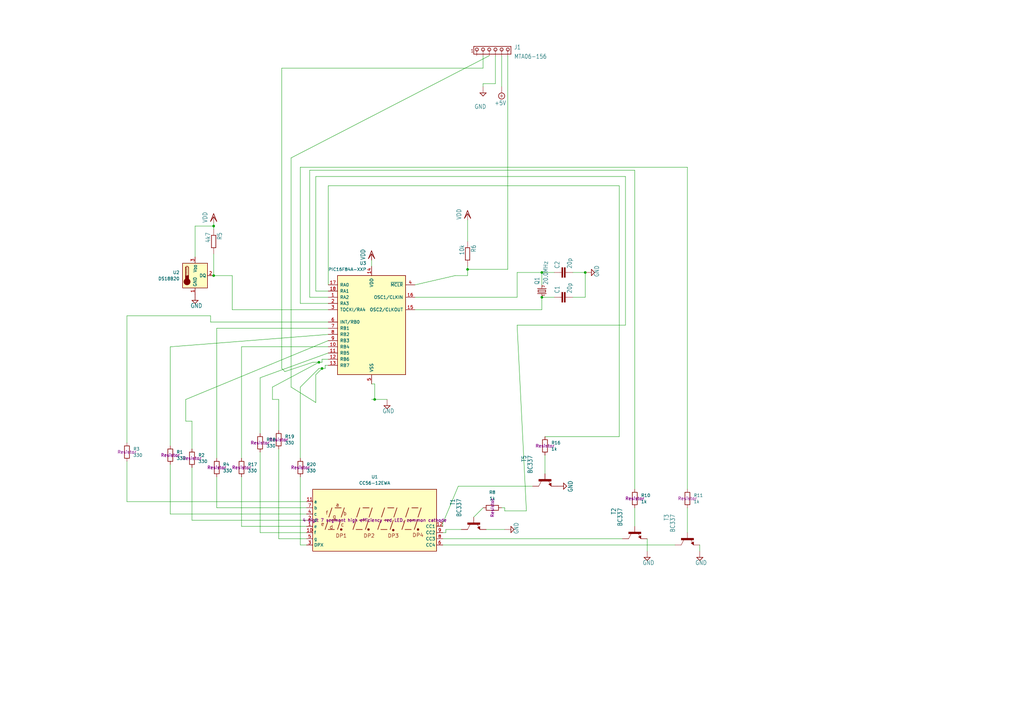
<source format=kicad_sch>
(kicad_sch (version 20250114) (generator "eeschema") (generator_version "9.0")
  (paper "A3")
  (lib_symbols
    (symbol "Device:R" (pin_numbers (hide yes)) (pin_names (offset 0))
      (property "Reference" "R" (at 2.032 0 90))
      (property "Value" "R" (at 0 0 90))
      (symbol "R_0_1"
        (rectangle (start -1.016 -2.54) (end 1.016 2.54) (stroke (width 0.254)))
      )
      (symbol "R_1_1"
        (pin passive line (at 0 3.81 270) (length 1.27) (name "~") (number "1"))
        (pin passive line (at 0 -3.81 90) (length 1.27) (name "~") (number "2"))
      )
    )
    (symbol "Display_Character:CC56-12EWA"
      (property "Reference" "U" (at -24.13 13.97 0))
      (property "Value" "CC56-12EWA" (at 19.05 13.97 0))
      (symbol "CC56-12EWA_0_0"
        (rectangle (start -25.4 12.7) (end 25.4 -12.7) (stroke (width 0.254)) (fill (type background)))
        (polyline (pts (xy -20.32 -3.81) (xy -19.05 0)) (stroke (width 0.254)))
        (polyline (pts (xy -19.05 -3.81) (xy -16.51 -3.81)) (stroke (width 0.254)))
        (polyline (pts (xy -18.796 1.27) (xy -17.526 5.08)) (stroke (width 0.254)))
        (polyline (pts (xy -17.78 0) (xy -15.24 0)) (stroke (width 0.254)))
        (polyline (pts (xy -16.256 5.08) (xy -13.716 5.08)) (stroke (width 0.254)))
        (polyline (pts (xy -15.24 -3.81) (xy -13.97 0)) (stroke (width 0.254)))
        (polyline (pts (xy -13.716 1.27) (xy -12.446 5.08)) (stroke (width 0.254)))
        (polyline (pts (xy -8.89 -3.81) (xy -7.62 0)) (stroke (width 0.254)))
        (polyline (pts (xy -7.62 -3.81) (xy -5.08 -3.81)) (stroke (width 0.254)))
        (polyline (pts (xy -7.366 1.27) (xy -6.096 5.08)) (stroke (width 0.254)))
        (polyline (pts (xy -6.35 0) (xy -3.81 0)) (stroke (width 0.254)))
        (polyline (pts (xy -4.826 5.08) (xy -2.286 5.08)) (stroke (width 0.254)))
        (polyline (pts (xy -3.81 -3.81) (xy -2.54 0)) (stroke (width 0.254)))
        (polyline (pts (xy -2.286 1.27) (xy -1.016 5.08)) (stroke (width 0.254)))
        (polyline (pts (xy 1.27 -3.81) (xy 2.54 0)) (stroke (width 0.254)))
        (polyline (pts (xy 2.54 -3.81) (xy 5.08 -3.81)) (stroke (width 0.254)))
        (polyline (pts (xy 2.794 1.27) (xy 4.064 5.08)) (stroke (width 0.254)))
        (polyline (pts (xy 3.81 0) (xy 6.35 0)) (stroke (width 0.254)))
        (polyline (pts (xy 5.334 5.08) (xy 7.874 5.08)) (stroke (width 0.254)))
        (polyline (pts (xy 6.35 -3.81) (xy 7.62 0)) (stroke (width 0.254)))
        (polyline (pts (xy 7.874 1.27) (xy 9.144 5.08)) (stroke (width 0.254)))
        (polyline (pts (xy 11.176 -3.81) (xy 12.446 0)) (stroke (width 0.254)))
        (polyline (pts (xy 12.446 -3.81) (xy 14.986 -3.81)) (stroke (width 0.254)))
        (polyline (pts (xy 12.7 1.27) (xy 13.97 5.08)) (stroke (width 0.254)))
        (polyline (pts (xy 13.716 0) (xy 16.256 0)) (stroke (width 0.254)))
        (polyline (pts (xy 15.24 5.08) (xy 17.78 5.08)) (stroke (width 0.254)))
        (polyline (pts (xy 16.256 -3.81) (xy 17.526 0)) (stroke (width 0.254)))
        (polyline (pts (xy 17.78 1.27) (xy 19.05 5.08)) (stroke (width 0.254)))
        (text "e" (at -21.336 -1.524 0) (effects (font (size 1.524 1.524))))
        (text "f" (at -19.558 3.048 0) (effects (font (size 1.524 1.524))))
        (text "d" (at -17.78 -2.794 0) (effects (font (size 1.524 1.524))))
        (text "g" (at -16.51 1.524 0) (effects (font (size 1.524 1.524))))
        (text "a" (at -15.24 6.35 0) (effects (font (size 1.524 1.524))))
        (text "DP1" (at -13.716 -6.35 0) (effects (font (size 1.524 1.524))))
        (text "c" (at -13.208 -1.778 0) (effects (font (size 1.524 1.524))))
        (text "b" (at -12.192 2.794 0) (effects (font (size 1.524 1.524))))
        (text "DP2" (at -2.286 -6.35 0) (effects (font (size 1.524 1.524))))
        (text "DP3" (at 7.62 -6.35 0) (effects (font (size 1.524 1.524))))
        (text "DP4" (at 17.78 -6.096 0) (effects (font (size 1.524 1.524))))
      )
      (symbol "CC56-12EWA_0_1"
        (circle (center -13.716 -3.81) (radius 0.3556) (stroke (width 0.254)) (fill (type outline)))
        (circle (center -2.54 -3.81) (radius 0.3556) (stroke (width 0.254)) (fill (type outline)))
      )
      (symbol "CC56-12EWA_1_0"
        (circle (center 7.62 -4.064) (radius 0.3556) (stroke (width 0.254)) (fill (type outline)))
        (circle (center 17.78 -3.81) (radius 0.3556) (stroke (width 0.254)) (fill (type outline)))
      )
      (symbol "CC56-12EWA_1_1"
        (pin input line (at -27.94 7.62 0) (length 2.54) (name "a") (number "11"))
        (pin input line (at -27.94 5.08 0) (length 2.54) (name "b") (number "7"))
        (pin input line (at -27.94 2.54 0) (length 2.54) (name "c") (number "4"))
        (pin input line (at -27.94 0 0) (length 2.54) (name "d") (number "2"))
        (pin input line (at -27.94 -2.54 0) (length 2.54) (name "e") (number "1"))
        (pin input line (at -27.94 -5.08 0) (length 2.54) (name "f") (number "10"))
        (pin input line (at -27.94 -7.62 0) (length 2.54) (name "g") (number "5"))
        (pin input line (at -27.94 -10.16 0) (length 2.54) (name "DPX") (number "3"))
        (pin input line (at 27.94 -2.54 180) (length 2.54) (name "CC1") (number "12"))
        (pin input line (at 27.94 -5.08 180) (length 2.54) (name "CC2") (number "9"))
        (pin input line (at 27.94 -7.62 180) (length 2.54) (name "CC3") (number "8"))
        (pin input line (at 27.94 -10.16 180) (length 2.54) (name "CC4") (number "6"))
      )
    )
    (symbol "MCU_Microchip_PIC16:PIC16F84A-XXP" (pin_names (offset 1.016))
      (property "Reference" "U" (at 2.54 22.86 0))
      (property "Value" "PIC16F84A-XXP" (at 2.54 20.32 0))
      (symbol "PIC16F84A-XXP_0_1"
        (rectangle (start -13.97 19.05) (end 13.97 -21.59) (stroke (width 0.254)) (fill (type background)))
      )
      (symbol "PIC16F84A-XXP_1_1"
        (pin input line (at -17.78 15.24 0) (length 3.81) (name "~{MCLR}") (number "4"))
        (pin input line (at -17.78 10.16 0) (length 3.81) (name "OSC1/CLKIN") (number "16"))
        (pin output line (at -17.78 5.08 0) (length 3.81) (name "OSC2/CLKOUT") (number "15"))
        (pin power_in line (at 0 22.86 270) (length 3.81) (name "VDD") (number "14"))
        (pin power_in line (at 0 -25.4 90) (length 3.81) (name "VSS") (number "5"))
        (pin bidirectional line (at 17.78 15.24 180) (length 3.81) (name "RA0") (number "17"))
        (pin bidirectional line (at 17.78 12.7 180) (length 3.81) (name "RA1") (number "18"))
        (pin bidirectional line (at 17.78 10.16 180) (length 3.81) (name "RA2") (number "1"))
        (pin bidirectional line (at 17.78 7.62 180) (length 3.81) (name "RA3") (number "2"))
        (pin bidirectional line (at 17.78 5.08 180) (length 3.81) (name "TOCKI/RA4") (number "3"))
        (pin bidirectional line (at 17.78 0 180) (length 3.81) (name "INT/RB0") (number "6"))
        (pin bidirectional line (at 17.78 -2.54 180) (length 3.81) (name "RB1") (number "7"))
        (pin bidirectional line (at 17.78 -5.08 180) (length 3.81) (name "RB2") (number "8"))
        (pin bidirectional line (at 17.78 -7.62 180) (length 3.81) (name "RB3") (number "9"))
        (pin bidirectional line (at 17.78 -10.16 180) (length 3.81) (name "RB4") (number "10"))
        (pin bidirectional line (at 17.78 -12.7 180) (length 3.81) (name "RB5") (number "11"))
        (pin bidirectional line (at 17.78 -15.24 180) (length 3.81) (name "RB6") (number "12"))
        (pin bidirectional line (at 17.78 -17.78 180) (length 3.81) (name "RB7") (number "13"))
      )
    )
    (symbol "Sensor_Temperature:DS18B20"
      (property "Reference" "U" (at -3.81 6.35 0))
      (property "Value" "DS18B20" (at 6.35 6.35 0))
      (symbol "DS18B20_0_1"
        (rectangle (start -5.08 5.08) (end 5.08 -5.08) (stroke (width 0.254)) (fill (type background)))
        (polyline (pts (xy -3.937 3.175) (xy -3.937 0)) (stroke (width 0.254)))
        (polyline (pts (xy -3.937 3.175) (xy -3.302 3.175)) (stroke (width 0.254)))
        (polyline (pts (xy -3.937 2.54) (xy -3.302 2.54)) (stroke (width 0.254)))
        (polyline (pts (xy -3.937 1.905) (xy -3.302 1.905)) (stroke (width 0.254)))
        (polyline (pts (xy -3.937 1.27) (xy -3.302 1.27)) (stroke (width 0.254)))
        (polyline (pts (xy -3.937 0.635) (xy -3.302 0.635)) (stroke (width 0.254)))
        (arc (start -3.937 3.175) (mid -3.302 3.8073) (end -2.667 3.175) (stroke (width 0.254)))
        (circle (center -3.302 -2.54) (radius 1.27) (stroke (width 0.254)) (fill (type outline)))
        (polyline (pts (xy -2.667 3.175) (xy -2.667 0)) (stroke (width 0.254)))
        (rectangle (start -2.667 -1.905) (end -3.937 0) (stroke (width 0.254)) (fill (type outline)))
      )
      (symbol "DS18B20_1_1"
        (pin power_in line (at 0 7.62 270) (length 2.54) (name "V_{DD}") (number "3"))
        (pin power_in line (at 0 -7.62 90) (length 2.54) (name "GND") (number "1"))
        (pin bidirectional line (at 7.62 0 180) (length 2.54) (name "DQ") (number "2"))
      )
    )
    (symbol "schemat_regulatora-eagle-import:+5V" (power)
      (property "Value" "+5V" (at -1.905 3.175 0))
      (symbol "+5V_1_0"
        (polyline (pts (xy -0.635 1.27) (xy 0.635 1.27)) (stroke (width 0.1524)))
        (circle (center 0 1.27) (radius 1.27) (stroke (width 0.254)))
        (polyline (pts (xy 0 0.635) (xy 0 1.905)) (stroke (width 0.1524)))
        (pin power_in line (at 0 -2.54 90) (length 2.54) (name "+5V") (number "1"))
      )
    )
    (symbol "schemat_regulatora-eagle-import:BC337"
      (property "Reference" "T" (at -10.16 7.62 0))
      (property "Value" "BC337" (at -10.16 5.08 0))
      (symbol "BC337_1_0"
        (rectangle (start -0.254 -2.54) (end 0.508 2.54) (fill (type outline)))
        (polyline (pts (xy 1.27 -2.54) (xy 1.778 -1.524)) (stroke (width 0.1524)))
        (polyline (pts (xy 1.524 -2.286) (xy 1.905 -2.286)) (stroke (width 0.254)))
        (polyline (pts (xy 1.524 -2.413) (xy 2.286 -2.413)) (stroke (width 0.254)))
        (polyline (pts (xy 1.54 -2.04) (xy 0.308 -1.424)) (stroke (width 0.1524)))
        (polyline (pts (xy 1.778 -1.524) (xy 2.54 -2.54)) (stroke (width 0.1524)))
        (polyline (pts (xy 1.778 -1.778) (xy 1.524 -2.286)) (stroke (width 0.254)))
        (polyline (pts (xy 1.905 -2.286) (xy 1.778 -2.032)) (stroke (width 0.254)))
        (polyline (pts (xy 2.286 -2.413) (xy 1.778 -1.778)) (stroke (width 0.254)))
        (polyline (pts (xy 2.54 2.54) (xy 0.508 1.524)) (stroke (width 0.1524)))
        (polyline (pts (xy 2.54 -2.54) (xy 1.27 -2.54)) (stroke (width 0.1524)))
        (pin passive line (at -2.54 0 0) (length 2.54) (name "B") (number "2"))
        (pin passive line (at 2.54 5.08 270) (length 2.54) (name "C") (number "3"))
        (pin passive line (at 2.54 -5.08 90) (length 2.54) (name "E") (number "1"))
      )
    )
    (symbol "schemat_regulatora-eagle-import:C5/4.5"
      (property "Reference" "C" (at 1.524 0.381 0))
      (property "Value" "C5{slash}4.5" (at 1.524 -4.699 0))
      (symbol "C5/4.5_1_0"
        (rectangle (start -2.032 -1.016) (end 2.032 -0.508) (fill (type outline)))
        (rectangle (start -2.032 -2.032) (end 2.032 -1.524) (fill (type outline)))
        (polyline (pts (xy 0 0) (xy 0 -0.508)) (stroke (width 0.1524)))
        (polyline (pts (xy 0 -2.54) (xy 0 -2.032)) (stroke (width 0.1524)))
        (pin passive line (at 0 2.54 270) (length 2.54) (name "1") (number "1"))
        (pin passive line (at 0 -5.08 90) (length 2.54) (name "2") (number "2"))
      )
    )
    (symbol "schemat_regulatora-eagle-import:CRYSTALHC49S"
      (property "Reference" "Q" (at 2.54 1.016 0))
      (property "Value" "CRYSTALHC49S" (at 2.54 -2.54 0))
      (symbol "CRYSTALHC49S_1_0"
        (polyline (pts (xy -2.54 0) (xy -1.016 0)) (stroke (width 0.1524)))
        (polyline (pts (xy -1.016 1.778) (xy -1.016 -1.778)) (stroke (width 0.254)))
        (polyline (pts (xy -0.381 1.524) (xy -0.381 -1.524)) (stroke (width 0.254)))
        (polyline (pts (xy -0.381 -1.524) (xy 0.381 -1.524)) (stroke (width 0.254)))
        (polyline (pts (xy 0.381 1.524) (xy -0.381 1.524)) (stroke (width 0.254)))
        (polyline (pts (xy 0.381 -1.524) (xy 0.381 1.524)) (stroke (width 0.254)))
        (polyline (pts (xy 1.016 1.778) (xy 1.016 -1.778)) (stroke (width 0.254)))
        (polyline (pts (xy 1.016 0) (xy 2.54 0)) (stroke (width 0.1524)))
        (text "1" (at -2.159 -1.143 0) (effects (font (size 0.8636 0.734)) (justify left bottom)))
        (text "2" (at 1.524 -1.143 0) (effects (font (size 0.8636 0.734)) (justify left bottom)))
        (pin passive line (at -2.54 0 0) (length 0) (name "1") (number "1"))
        (pin passive line (at 2.54 0 180) (length 0) (name "2") (number "2"))
      )
    )
    (symbol "schemat_regulatora-eagle-import:GND" (power)
      (property "Value" "GND" (at -1.905 -3.175 0))
      (symbol "GND_1_0"
        (polyline (pts (xy -1.27 0) (xy 1.27 0)) (stroke (width 0.254)))
        (polyline (pts (xy 0 -1.27) (xy -1.27 0)) (stroke (width 0.254)))
        (polyline (pts (xy 1.27 0) (xy 0 -1.27)) (stroke (width 0.254)))
        (pin power_in line (at 0 2.54 270) (length 2.54) (name "GND") (number "1"))
      )
    )
    (symbol "schemat_regulatora-eagle-import:MTA06-156"
      (property "Reference" "J" (at 15.24 0 0))
      (property "Value" "MTA06-156" (at 15.24 -3.81 0))
      (symbol "MTA06-156_1_0"
        (polyline (pts (xy -1.27 1.27) (xy -1.27 -1.905)) (stroke (width 0.254)))
        (polyline (pts (xy -1.27 1.27) (xy 13.97 1.27)) (stroke (width 0.254)))
        (circle (center 0 0) (radius 0.635) (stroke (width 0.254)))
        (circle (center 2.54 0) (radius 0.635) (stroke (width 0.254)))
        (circle (center 5.08 0) (radius 0.635) (stroke (width 0.254)))
        (circle (center 7.62 0) (radius 0.635) (stroke (width 0.254)))
        (circle (center 10.16 0) (radius 0.635) (stroke (width 0.254)))
        (circle (center 12.7 0) (radius 0.635) (stroke (width 0.254)))
        (polyline (pts (xy 13.97 -1.905) (xy -1.27 -1.905)) (stroke (width 0.254)))
        (polyline (pts (xy 13.97 -1.905) (xy 13.97 1.27)) (stroke (width 0.254)))
        (text "1" (at -2.54 -1.27 0) (effects (font (size 1.27 1.0795)) (justify left bottom)))
        (pin passive line (at 0 -2.54 90) (length 2.54) (name "1") (number "1"))
        (pin passive line (at 2.54 -2.54 90) (length 2.54) (name "2") (number "2"))
        (pin passive line (at 5.08 -2.54 90) (length 2.54) (name "3") (number "3"))
        (pin passive line (at 7.62 -2.54 90) (length 2.54) (name "4") (number "4"))
        (pin passive line (at 10.16 -2.54 90) (length 2.54) (name "5") (number "5"))
        (pin passive line (at 12.7 -2.54 90) (length 2.54) (name "6") (number "6"))
      )
    )
    (symbol "schemat_regulatora-eagle-import:R-EU_0204/7"
      (property "Reference" "R" (at -3.81 1.4986 0))
      (property "Value" "R-EU_0204{slash}7" (at -3.81 -3.302 0))
      (symbol "R-EU_0204/7_1_0"
        (polyline (pts (xy -2.54 -0.889) (xy -2.54 0.889)) (stroke (width 0.254)))
        (polyline (pts (xy -2.54 -0.889) (xy 2.54 -0.889)) (stroke (width 0.254)))
        (polyline (pts (xy 2.54 0.889) (xy -2.54 0.889)) (stroke (width 0.254)))
        (polyline (pts (xy 2.54 -0.889) (xy 2.54 0.889)) (stroke (width 0.254)))
        (pin passive line (at -5.08 0 0) (length 2.54) (name "1") (number "1"))
        (pin passive line (at 5.08 0 180) (length 2.54) (name "2") (number "2"))
      )
    )
    (symbol "schemat_regulatora-eagle-import:VDD" (power)
      (property "Value" "VDD" (at -2.54 -2.54 90))
      (symbol "VDD_1_0"
        (polyline (pts (xy 0 1.27) (xy -1.27 -1.905)) (stroke (width 0.254)))
        (polyline (pts (xy 0 0) (xy -1.27 -1.905)) (stroke (width 0.254)))
        (polyline (pts (xy 1.27 -1.905) (xy 0 1.27)) (stroke (width 0.254)))
        (polyline (pts (xy 1.27 -1.905) (xy 0 0)) (stroke (width 0.254)))
        (pin power_in line (at 0 -2.54 90) (length 2.54) (name "VDD") (number "1"))
      )
    )
  )
  (junction (at 222.25 121.92))
  (junction (at 130.81 148.59))
  (junction (at 240.03 111.76))
  (junction (at 132.08 151.13))
  (junction (at 222.25 111.76))
  (junction (at 191.77 110.49))
  (junction (at 87.63 113.03))
  (junction (at 153.67 163.83))
  (junction (at 87.63 92.71))
  (wire (pts (xy 88.9 195.58) (xy 88.9 208.28)))
  (wire (pts (xy 208.28 22.86) (xy 208.28 110.49)))
  (wire (pts (xy 99.06 215.9) (xy 125.73 215.9)))
  (wire (pts (xy 212.09 111.76) (xy 222.25 111.76)))
  (wire (pts (xy 205.74 22.86) (xy 205.74 35.56)))
  (wire (pts (xy 127 69.85) (xy 127 121.92)))
  (wire (pts (xy 152.4 163.83) (xy 153.67 163.83)))
  (wire (pts (xy 99.06 215.9) (xy 99.06 195.58)))
  (wire (pts (xy 87.63 113.03) (xy 87.63 104.14)))
  (wire (pts (xy 123.19 158.75) (xy 130.81 151.13)))
  (wire (pts (xy 254 179.07) (xy 223.52 179.07)))
  (wire (pts (xy 129.54 153.67) (xy 132.08 151.13)))
  (wire (pts (xy 134.62 149.86) (xy 133.35 149.86)))
  (wire (pts (xy 78.74 213.36) (xy 125.73 213.36)))
  (wire (pts (xy 133.35 151.13) (xy 132.08 151.13)))
  (wire (pts (xy 223.52 194.31) (xy 223.52 186.69)))
  (wire (pts (xy 80.01 92.71) (xy 87.63 92.71)))
  (wire (pts (xy 123.19 158.75) (xy 123.19 187.96)))
  (wire (pts (xy 123.19 195.58) (xy 123.19 223.52)))
  (wire (pts (xy 260.35 69.85) (xy 260.35 200.66)))
  (wire (pts (xy 132.08 151.13) (xy 130.81 151.13)))
  (wire (pts (xy 181.61 220.98) (xy 255.27 220.98)))
  (wire (pts (xy 123.19 68.58) (xy 281.94 68.58)))
  (wire (pts (xy 170.18 127) (xy 222.25 127)))
  (wire (pts (xy 234.95 121.92) (xy 240.03 121.92)))
  (wire (pts (xy 119.38 64.77) (xy 119.38 158.75)))
  (wire (pts (xy 78.74 191.77) (xy 78.74 213.36)))
  (wire (pts (xy 106.68 185.42) (xy 106.68 218.44)))
  (wire (pts (xy 134.62 147.32) (xy 132.08 147.32)))
  (wire (pts (xy 132.08 148.59) (xy 130.81 148.59)))
  (wire (pts (xy 69.85 142.24) (xy 69.85 182.88)))
  (wire (pts (xy 115.57 27.94) (xy 115.57 151.13)))
  (wire (pts (xy 111.76 158.75) (xy 130.81 148.59)))
  (wire (pts (xy 69.85 190.5) (xy 69.85 210.82)))
  (wire (pts (xy 198.12 27.94) (xy 198.12 22.86)))
  (wire (pts (xy 114.3 184.15) (xy 114.3 220.98)))
  (wire (pts (xy 52.07 129.54) (xy 52.07 181.61)))
  (wire (pts (xy 115.57 27.94) (xy 198.12 27.94)))
  (wire (pts (xy 198.12 34.29) (xy 198.12 35.56)))
  (wire (pts (xy 240.03 111.76) (xy 234.95 111.76)))
  (wire (pts (xy 115.57 151.13) (xy 116.84 152.4)))
  (wire (pts (xy 260.35 69.85) (xy 127 69.85)))
  (wire (pts (xy 181.61 215.9) (xy 181.61 214.63)))
  (wire (pts (xy 133.35 149.86) (xy 133.35 151.13)))
  (wire (pts (xy 212.09 133.35) (xy 256.54 133.35)))
  (wire (pts (xy 212.09 121.92) (xy 212.09 111.76)))
  (wire (pts (xy 256.54 72.39) (xy 129.54 72.39)))
  (wire (pts (xy 254 76.2) (xy 254 179.07)))
  (wire (pts (xy 207.01 208.28) (xy 207.01 209.55)))
  (wire (pts (xy 199.39 217.17) (xy 207.01 217.17)))
  (wire (pts (xy 119.38 158.75) (xy 129.54 165.1)))
  (wire (pts (xy 191.77 109.22) (xy 191.77 110.49)))
  (wire (pts (xy 132.08 147.32) (xy 132.08 148.59)))
  (wire (pts (xy 265.43 226.06) (xy 265.43 220.98)))
  (wire (pts (xy 78.74 172.72) (xy 78.74 184.15)))
  (wire (pts (xy 125.73 205.74) (xy 52.07 205.74)))
  (wire (pts (xy 129.54 119.38) (xy 134.62 119.38)))
  (wire (pts (xy 88.9 208.28) (xy 125.73 208.28)))
  (wire (pts (xy 76.2 172.72) (xy 78.74 172.72)))
  (wire (pts (xy 87.63 91.44) (xy 87.63 92.71)))
  (wire (pts (xy 99.06 142.24) (xy 134.62 142.24)))
  (wire (pts (xy 123.19 124.46) (xy 123.19 68.58)))
  (wire (pts (xy 114.3 220.98) (xy 125.73 220.98)))
  (wire (pts (xy 134.62 137.16) (xy 69.85 142.24)))
  (wire (pts (xy 88.9 134.62) (xy 88.9 187.96)))
  (wire (pts (xy 203.2 22.86) (xy 203.2 34.29)))
  (wire (pts (xy 76.2 163.83) (xy 76.2 172.72)))
  (wire (pts (xy 106.68 218.44) (xy 125.73 218.44)))
  (wire (pts (xy 215.9 209.55) (xy 212.09 133.35)))
  (wire (pts (xy 95.25 113.03) (xy 95.25 127)))
  (wire (pts (xy 256.54 133.35) (xy 256.54 72.39)))
  (wire (pts (xy 222.25 116.84) (xy 222.25 111.76)))
  (wire (pts (xy 170.18 121.92) (xy 212.09 121.92)))
  (wire (pts (xy 207.01 209.55) (xy 215.9 209.55)))
  (wire (pts (xy 281.94 208.28) (xy 281.94 218.44)))
  (wire (pts (xy 153.67 163.83) (xy 158.75 163.83)))
  (wire (pts (xy 181.61 218.44) (xy 182.88 218.44)))
  (wire (pts (xy 191.77 90.17) (xy 191.77 99.06)))
  (wire (pts (xy 153.67 157.48) (xy 153.67 163.83)))
  (wire (pts (xy 111.76 158.75) (xy 111.76 163.83)))
  (wire (pts (xy 95.25 127) (xy 134.62 127)))
  (wire (pts (xy 86.36 132.08) (xy 134.62 132.08)))
  (wire (pts (xy 287.02 226.06) (xy 287.02 223.52)))
  (wire (pts (xy 114.3 163.83) (xy 114.3 176.53)))
  (wire (pts (xy 129.54 165.1) (xy 129.54 153.67)))
  (wire (pts (xy 129.54 72.39) (xy 129.54 119.38)))
  (wire (pts (xy 260.35 208.28) (xy 260.35 215.9)))
  (wire (pts (xy 86.36 129.54) (xy 52.07 129.54)))
  (wire (pts (xy 281.94 68.58) (xy 281.94 200.66)))
  (wire (pts (xy 182.88 218.44) (xy 182.88 217.17)))
  (wire (pts (xy 152.4 109.22) (xy 152.4 106.68)))
  (wire (pts (xy 106.68 154.94) (xy 134.62 144.78)))
  (wire (pts (xy 134.62 116.84) (xy 134.62 76.2)))
  (wire (pts (xy 187.96 199.39) (xy 218.44 199.39)))
  (wire (pts (xy 198.12 208.28) (xy 194.31 212.09)))
  (wire (pts (xy 181.61 223.52) (xy 276.86 223.52)))
  (wire (pts (xy 128.27 148.59) (xy 130.81 148.59)))
  (wire (pts (xy 198.12 34.29) (xy 203.2 34.29)))
  (wire (pts (xy 134.62 76.2) (xy 254 76.2)))
  (wire (pts (xy 240.03 121.92) (xy 240.03 111.76)))
  (wire (pts (xy 87.63 92.71) (xy 87.63 93.98)))
  (wire (pts (xy 208.28 110.49) (xy 191.77 110.49)))
  (wire (pts (xy 222.25 111.76) (xy 227.33 111.76)))
  (wire (pts (xy 69.85 210.82) (xy 125.73 210.82)))
  (wire (pts (xy 186.69 113.03) (xy 170.18 116.84)))
  (wire (pts (xy 86.36 132.08) (xy 86.36 129.54)))
  (wire (pts (xy 99.06 187.96) (xy 99.06 142.24)))
  (wire (pts (xy 116.84 152.4) (xy 128.27 148.59)))
  (wire (pts (xy 222.25 121.92) (xy 227.33 121.92)))
  (wire (pts (xy 134.62 124.46) (xy 123.19 124.46)))
  (wire (pts (xy 207.01 208.28) (xy 205.74 208.28)))
  (wire (pts (xy 52.07 205.74) (xy 52.07 189.23)))
  (wire (pts (xy 95.25 113.03) (xy 87.63 113.03)))
  (wire (pts (xy 191.77 113.03) (xy 191.77 110.49)))
  (wire (pts (xy 222.25 127) (xy 222.25 121.92)))
  (wire (pts (xy 80.01 105.41) (xy 80.01 92.71)))
  (wire (pts (xy 127 121.92) (xy 134.62 121.92)))
  (wire (pts (xy 106.68 154.94) (xy 106.68 177.8)))
  (wire (pts (xy 134.62 139.7) (xy 76.2 163.83)))
  (wire (pts (xy 186.69 113.03) (xy 191.77 113.03)))
  (wire (pts (xy 123.19 223.52) (xy 125.73 223.52)))
  (wire (pts (xy 88.9 134.62) (xy 134.62 134.62)))
  (wire (pts (xy 111.76 163.83) (xy 114.3 163.83)))
  (wire (pts (xy 152.4 157.48) (xy 153.67 157.48)))
  (wire (pts (xy 181.61 214.63) (xy 187.96 199.39)))
  (wire (pts (xy 182.88 217.17) (xy 189.23 217.17)))
  (wire (pts (xy 119.38 64.77) (xy 200.66 22.86)))
  (symbol (lib_id "schemat_regulatora-eagle-import:R-EU_0204/7") (at 87.63 99.06 270) (unit 1)
    (property "Reference" "R5" (at 89.1286 95.25 0) (effects (font (size 1.778 1.5113)) (justify left bottom)))
    (property "Value" "4k7" (at 84.328 95.25 0) (effects (font (size 1.778 1.5113)) (justify left bottom)))
    (property "Footprint" "Resistor_THT:R_Axial_DIN0204_L3.6mm_D1.6mm_P7.62mm_Horizontal" (effects (hide yes)))
  )
  (symbol (lib_id "schemat_regulatora-eagle-import:GND") (at 158.75 166.37 0) (unit 1)
    (property "Reference" "#GND01" (effects (hide yes)))
    (property "Value" "GND" (at 156.845 169.545 0) (effects (font (size 1.778 1.5113)) (justify left bottom)))
    (property "Footprint" "schemat_regulatora:" (effects (hide yes)))
  )
  (symbol (lib_id "MCU_Microchip_PIC16:PIC16F84A-XXP") (at 152.4 132.08 0) (mirror y) (unit 1)
    (property "Reference" "U3" (at 150.2567 107.95 0) (effects (justify left)))
    (property "Value" "PIC16F84A-XXP" (at 150.2567 110.49 0) (effects (justify left)))
    (property "Footprint" "Package_DIP:DIP-18_W7.62mm" (effects (hide yes)))
    (property "Datasheet" "http://ww1.microchip.com/downloads/en/devicedoc/35007b.pdf" (effects (hide yes)))
    (property "Description" "PIC16F84A, 1K Flash, 68B SRAM, 64B EEPROM, DIP18" (effects (hide yes)))
  )
  (symbol (lib_id "schemat_regulatora-eagle-import:BC337") (at 223.52 196.85 90) (mirror x) (unit 1)
    (property "Reference" "T5" (at 215.9 186.69 0) (effects (font (size 1.778 1.5113)) (justify left bottom)))
    (property "Value" "BC337" (at 218.44 186.69 0) (effects (font (size 1.778 1.5113)) (justify left bottom)))
    (property "Footprint" "Package_TO_SOT_THT:TO-92_Inline" (effects (hide yes)))
  )
  (symbol (lib_id "schemat_regulatora-eagle-import:BC337") (at 260.35 218.44 90) (mirror x) (unit 1)
    (property "Reference" "T2" (at 252.73 208.28 0) (effects (font (size 1.778 1.5113)) (justify left bottom)))
    (property "Value" "BC337" (at 255.27 208.28 0) (effects (font (size 1.778 1.5113)) (justify left bottom)))
    (property "Footprint" "Package_TO_SOT_THT:TO-92_Inline" (effects (hide yes)))
  )
  (symbol (lib_id "Device:R") (at 106.68 181.61 180) (unit 1)
    (property "Reference" "R18" (at 109.22 180.3399 0) (effects (justify right)))
    (property "Value" "330" (at 109.22 182.8799 0) (effects (justify right)))
    (property "Footprint" "Resistor_THT:R_Axial_DIN0204_L3.6mm_D1.6mm_P7.62mm_Horizontal" (effects (hide yes)))
    (property "Description" "Resistor" (at 106.68 181.61 0))
  )
  (symbol (lib_id "Device:R") (at 52.07 185.42 180) (unit 1)
    (property "Reference" "R3" (at 54.61 184.1499 0) (effects (justify right)))
    (property "Value" "330" (at 54.61 186.6899 0) (effects (justify right)))
    (property "Footprint" "Resistor_THT:R_Axial_DIN0204_L3.6mm_D1.6mm_P7.62mm_Horizontal" (effects (hide yes)))
    (property "Description" "Resistor" (at 52.07 185.42 0))
  )
  (symbol (lib_id "Device:R") (at 99.06 191.77 180) (unit 1)
    (property "Reference" "R17" (at 101.6 190.4999 0) (effects (justify right)))
    (property "Value" "330" (at 101.6 193.0399 0) (effects (justify right)))
    (property "Footprint" "Resistor_THT:R_Axial_DIN0204_L3.6mm_D1.6mm_P7.62mm_Horizontal" (effects (hide yes)))
    (property "Description" "Resistor" (at 99.06 191.77 0))
  )
  (symbol (lib_id "schemat_regulatora-eagle-import:GND") (at 80.01 123.19 0) (unit 1)
    (property "Reference" "#GND06" (effects (hide yes)))
    (property "Value" "GND" (at 78.105 126.365 0) (effects (font (size 1.778 1.5113)) (justify left bottom)))
    (property "Footprint" "schemat_regulatora:" (effects (hide yes)))
  )
  (symbol (lib_id "Device:R") (at 114.3 180.34 180) (unit 1)
    (property "Reference" "R19" (at 116.84 179.0699 0) (effects (justify right)))
    (property "Value" "330" (at 116.84 181.6099 0) (effects (justify right)))
    (property "Footprint" "Resistor_THT:R_Axial_DIN0204_L3.6mm_D1.6mm_P7.62mm_Horizontal" (effects (hide yes)))
    (property "Description" "Resistor" (at 114.3 180.34 0))
  )
  (symbol (lib_id "Device:R") (at 78.74 187.96 180) (unit 1)
    (property "Reference" "R2" (at 81.28 186.6899 0) (effects (justify right)))
    (property "Value" "330" (at 81.28 189.2299 0) (effects (justify right)))
    (property "Footprint" "Resistor_THT:R_Axial_DIN0204_L3.6mm_D1.6mm_P7.62mm_Horizontal" (effects (hide yes)))
    (property "Description" "Resistor" (at 78.74 187.96 0))
  )
  (symbol (lib_id "schemat_regulatora-eagle-import:C5/4.5") (at 229.87 111.76 90) (unit 1)
    (property "Reference" "C2" (at 229.489 110.236 0) (effects (font (size 1.778 1.5113)) (justify left bottom)))
    (property "Value" "20p" (at 234.569 110.236 0) (effects (font (size 1.778 1.5113)) (justify left bottom)))
    (property "Footprint" "Capacitor_THT:C_Disc_D4.3mm_W1.9mm_P5.00mm" (effects (hide yes)))
  )
  (symbol (lib_id "Device:R") (at 123.19 191.77 180) (unit 1)
    (property "Reference" "R20" (at 125.73 190.4999 0) (effects (justify right)))
    (property "Value" "330" (at 125.73 193.0399 0) (effects (justify right)))
    (property "Footprint" "Resistor_THT:R_Axial_DIN0204_L3.6mm_D1.6mm_P7.62mm_Horizontal" (effects (hide yes)))
    (property "Description" "Resistor" (at 123.19 191.77 0))
  )
  (symbol (lib_id "Device:R") (at 88.9 191.77 180) (unit 1)
    (property "Reference" "R4" (at 91.44 190.4999 0) (effects (justify right)))
    (property "Value" "330" (at 91.44 193.0399 0) (effects (justify right)))
    (property "Footprint" "Resistor_THT:R_Axial_DIN0204_L3.6mm_D1.6mm_P7.62mm_Horizontal" (effects (hide yes)))
    (property "Description" "Resistor" (at 88.9 191.77 0))
  )
  (symbol (lib_id "schemat_regulatora-eagle-import:GND") (at 265.43 228.6 0) (unit 1)
    (property "Reference" "#GND04" (effects (hide yes)))
    (property "Value" "GND" (at 263.525 231.775 0) (effects (font (size 1.778 1.5113)) (justify left bottom)))
    (property "Footprint" "schemat_regulatora:" (effects (hide yes)))
  )
  (symbol (lib_id "schemat_regulatora-eagle-import:GND") (at 231.14 199.39 90) (unit 1)
    (property "Reference" "#GND09" (effects (hide yes)))
    (property "Value" "GND" (at 234.95 201.93 0) (effects (font (size 1.778 1.5113)) (justify left bottom)))
    (property "Footprint" "schemat_regulatora:" (effects (hide yes)))
  )
  (symbol (lib_id "Device:R") (at 201.93 208.28 90) (unit 1)
    (property "Reference" "R8" (at 201.93 201.93 90))
    (property "Value" "1k" (at 201.93 204.47 90))
    (property "Footprint" "Resistor_THT:R_Axial_DIN0204_L3.6mm_D1.6mm_P7.62mm_Horizontal" (effects (hide yes)))
    (property "Description" "Resistor" (at 201.93 208.28 0))
  )
  (symbol (lib_id "Device:R") (at 69.85 186.69 180) (unit 1)
    (property "Reference" "R1" (at 72.39 185.4199 0) (effects (justify right)))
    (property "Value" "330" (at 72.39 187.9599 0) (effects (justify right)))
    (property "Footprint" "Resistor_THT:R_Axial_DIN0204_L3.6mm_D1.6mm_P7.62mm_Horizontal" (effects (hide yes)))
    (property "Description" "Resistor" (at 69.85 186.69 0))
  )
  (symbol (lib_id "schemat_regulatora-eagle-import:GND") (at 198.12 38.1 0) (unit 1)
    (property "Reference" "#GND03" (effects (hide yes)))
    (property "Value" "GND" (at 194.564 44.704 0) (effects (font (size 1.778 1.5113)) (justify left bottom)))
    (property "Footprint" "schemat_regulatora:" (effects (hide yes)))
  )
  (symbol (lib_id "schemat_regulatora-eagle-import:GND") (at 242.57 111.76 90) (unit 1)
    (property "Reference" "#SUPPLY01" (effects (hide yes)))
    (property "Value" "GND" (at 245.745 113.665 0) (effects (font (size 1.778 1.5113)) (justify left bottom)))
    (property "Footprint" "schemat_regulatora:" (effects (hide yes)))
  )
  (symbol (lib_id "Display_Character:CC56-12EWA") (at 153.67 213.36 0) (unit 1)
    (property "Reference" "U1" (at 153.67 195.58 0))
    (property "Value" "CC56-12EWA" (at 153.67 198.12 0))
    (property "Footprint" "Display_7Segment:CA56-12EWA" (effects (hide yes)))
    (property "Datasheet" "http://www.kingbrightusa.com/images/catalog/SPEC/CA56-12EWA.pdf" (effects (hide yes)))
    (property "Description" "4 digit 7 segment high efficiency red LED, common cathode" (at 153.67 213.36 0))
  )
  (symbol (lib_id "Device:R") (at 260.35 204.47 180) (unit 1)
    (property "Reference" "R10" (at 262.89 203.1999 0) (effects (justify right)))
    (property "Value" "1k" (at 262.89 205.7399 0) (effects (justify right)))
    (property "Footprint" "Resistor_THT:R_Axial_DIN0204_L3.6mm_D1.6mm_P7.62mm_Horizontal" (effects (hide yes)))
    (property "Description" "Resistor" (at 260.35 204.47 0))
  )
  (symbol (lib_id "schemat_regulatora-eagle-import:GND") (at 287.02 228.6 0) (unit 1)
    (property "Reference" "#GND05" (effects (hide yes)))
    (property "Value" "GND" (at 285.115 231.775 0) (effects (font (size 1.778 1.5113)) (justify left bottom)))
    (property "Footprint" "schemat_regulatora:" (effects (hide yes)))
  )
  (symbol (lib_id "schemat_regulatora-eagle-import:MTA06-156") (at 195.58 20.32 0) (unit 1)
    (property "Reference" "J1" (at 210.82 20.32 0) (effects (font (size 1.778 1.5113)) (justify left bottom)))
    (property "Value" "MTA06-156" (at 210.82 24.13 0) (effects (font (size 1.778 1.5113)) (justify left bottom)))
    (property "Footprint" "Connector_Molex:Molex_KK-254_AE-6410-06A_1x06_P2.54mm_Vertical" (effects (hide yes)))
  )
  (symbol (lib_id "schemat_regulatora-eagle-import:VDD") (at 152.4 104.14 0) (unit 1)
    (property "Reference" "#VDD04" (effects (hide yes)))
    (property "Value" "VDD" (at 149.86 106.68 90) (effects (font (size 1.778 1.5113)) (justify left bottom)))
    (property "Footprint" "schemat_regulatora:" (effects (hide yes)))
  )
  (symbol (lib_id "schemat_regulatora-eagle-import:BC337") (at 281.94 220.98 90) (mirror x) (unit 1)
    (property "Reference" "T3" (at 274.32 210.82 0) (effects (font (size 1.778 1.5113)) (justify left bottom)))
    (property "Value" "BC337" (at 276.86 210.82 0) (effects (font (size 1.778 1.5113)) (justify left bottom)))
    (property "Footprint" "Package_TO_SOT_THT:TO-92_Inline" (effects (hide yes)))
  )
  (symbol (lib_id "schemat_regulatora-eagle-import:+5V") (at 205.74 38.1 180) (unit 1)
    (property "Reference" "#SUPPLY05" (effects (hide yes)))
    (property "Value" "+5V" (at 207.645 41.275 0) (effects (font (size 1.778 1.5113)) (justify left bottom)))
    (property "Footprint" "schemat_regulatora:" (effects (hide yes)))
  )
  (symbol (lib_id "schemat_regulatora-eagle-import:VDD") (at 87.63 88.9 0) (unit 1)
    (property "Reference" "#VDD01" (effects (hide yes)))
    (property "Value" "VDD" (at 85.09 91.44 90) (effects (font (size 1.778 1.5113)) (justify left bottom)))
    (property "Footprint" "schemat_regulatora:" (effects (hide yes)))
  )
  (symbol (lib_id "schemat_regulatora-eagle-import:R-EU_0204/7") (at 191.77 104.14 270) (unit 1)
    (property "Reference" "R6" (at 193.2686 100.33 0) (effects (font (size 1.778 1.5113)) (justify left bottom)))
    (property "Value" "10k" (at 188.468 100.33 0) (effects (font (size 1.778 1.5113)) (justify left bottom)))
    (property "Footprint" "Resistor_THT:R_Axial_DIN0204_L3.6mm_D1.6mm_P7.62mm_Horizontal" (effects (hide yes)))
  )
  (symbol (lib_id "schemat_regulatora-eagle-import:BC337") (at 194.31 214.63 90) (mirror x) (unit 1)
    (property "Reference" "T1" (at 186.69 204.47 0) (effects (font (size 1.778 1.5113)) (justify left bottom)))
    (property "Value" "BC337" (at 189.23 204.47 0) (effects (font (size 1.778 1.5113)) (justify left bottom)))
    (property "Footprint" "Package_TO_SOT_THT:TO-92_Inline" (effects (hide yes)))
  )
  (symbol (lib_id "schemat_regulatora-eagle-import:C5/4.5") (at 229.87 121.92 90) (unit 1)
    (property "Reference" "C1" (at 229.489 120.396 0) (effects (font (size 1.778 1.5113)) (justify left bottom)))
    (property "Value" "20p" (at 234.569 120.396 0) (effects (font (size 1.778 1.5113)) (justify left bottom)))
    (property "Footprint" "Capacitor_THT:C_Disc_D4.3mm_W1.9mm_P5.00mm" (effects (hide yes)))
  )
  (symbol (lib_id "Device:R") (at 281.94 204.47 180) (unit 1)
    (property "Reference" "R11" (at 284.48 203.1999 0) (effects (justify right)))
    (property "Value" "1k" (at 284.48 205.7399 0) (effects (justify right)))
    (property "Footprint" "Resistor_THT:R_Axial_DIN0204_L3.6mm_D1.6mm_P7.62mm_Horizontal" (effects (hide yes)))
    (property "Description" "Resistor" (at 281.94 204.47 0))
  )
  (symbol (lib_id "Device:R") (at 223.52 182.88 180) (unit 1)
    (property "Reference" "R16" (at 226.06 181.6099 0) (effects (justify right)))
    (property "Value" "1k" (at 226.06 184.1499 0) (effects (justify right)))
    (property "Footprint" "Resistor_THT:R_Axial_DIN0204_L3.6mm_D1.6mm_P7.62mm_Horizontal" (effects (hide yes)))
    (property "Description" "Resistor" (at 223.52 182.88 0))
  )
  (symbol (lib_id "Sensor_Temperature:DS18B20") (at 80.01 113.03 0) (unit 1)
    (property "Reference" "U2" (at 73.66 111.7599 0) (effects (justify right)))
    (property "Value" "DS18B20" (at 73.66 114.2999 0) (effects (justify right)))
    (property "Footprint" "Package_TO_SOT_THT:TO-92_Inline" (effects (hide yes)))
    (property "Datasheet" "http://datasheets.maximintegrated.com/en/ds/DS18B20.pdf" (effects (hide yes)))
    (property "Description" "Programmable Resolution 1-Wire Digital Thermometer TO-92" (effects (hide yes)))
  )
  (symbol (lib_id "schemat_regulatora-eagle-import:CRYSTALHC49S") (at 222.25 119.38 90) (unit 1)
    (property "Reference" "Q1" (at 221.234 116.84 0) (effects (font (size 1.778 1.5113)) (justify left bottom)))
    (property "Value" "20.0MHz" (at 224.79 116.84 0) (effects (font (size 1.778 1.5113)) (justify left bottom)))
    (property "Footprint" "Crystal:Crystal_HC18-U_Vertical" (effects (hide yes)))
  )
  (symbol (lib_id "schemat_regulatora-eagle-import:GND") (at 209.55 217.17 90) (unit 1)
    (property "Reference" "#GND02" (effects (hide yes)))
    (property "Value" "GND" (at 212.725 219.075 0) (effects (font (size 1.778 1.5113)) (justify left bottom)))
    (property "Footprint" "schemat_regulatora:" (effects (hide yes)))
  )
  (symbol (lib_id "schemat_regulatora-eagle-import:VDD") (at 191.77 87.63 0) (unit 1)
    (property "Reference" "#VDD02" (effects (hide yes)))
    (property "Value" "VDD" (at 189.23 90.17 90) (effects (font (size 1.778 1.5113)) (justify left bottom)))
    (property "Footprint" "schemat_regulatora:" (effects (hide yes)))
  )
)
</source>
